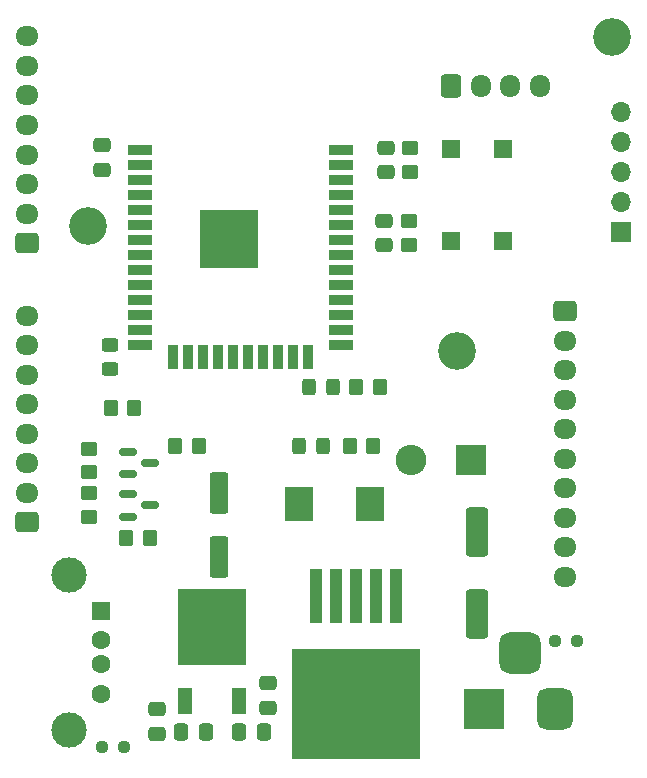
<source format=gbr>
%TF.GenerationSoftware,KiCad,Pcbnew,(6.0.5-0)*%
%TF.CreationDate,2022-05-20T19:32:09-05:00*%
%TF.ProjectId,esp32_2,65737033-325f-4322-9e6b-696361645f70,rev?*%
%TF.SameCoordinates,Original*%
%TF.FileFunction,Soldermask,Top*%
%TF.FilePolarity,Negative*%
%FSLAX46Y46*%
G04 Gerber Fmt 4.6, Leading zero omitted, Abs format (unit mm)*
G04 Created by KiCad (PCBNEW (6.0.5-0)) date 2022-05-20 19:32:09*
%MOMM*%
%LPD*%
G01*
G04 APERTURE LIST*
G04 Aperture macros list*
%AMRoundRect*
0 Rectangle with rounded corners*
0 $1 Rounding radius*
0 $2 $3 $4 $5 $6 $7 $8 $9 X,Y pos of 4 corners*
0 Add a 4 corners polygon primitive as box body*
4,1,4,$2,$3,$4,$5,$6,$7,$8,$9,$2,$3,0*
0 Add four circle primitives for the rounded corners*
1,1,$1+$1,$2,$3*
1,1,$1+$1,$4,$5*
1,1,$1+$1,$6,$7*
1,1,$1+$1,$8,$9*
0 Add four rect primitives between the rounded corners*
20,1,$1+$1,$2,$3,$4,$5,0*
20,1,$1+$1,$4,$5,$6,$7,0*
20,1,$1+$1,$6,$7,$8,$9,0*
20,1,$1+$1,$8,$9,$2,$3,0*%
G04 Aperture macros list end*
%ADD10C,3.200000*%
%ADD11RoundRect,0.237500X0.250000X0.237500X-0.250000X0.237500X-0.250000X-0.237500X0.250000X-0.237500X0*%
%ADD12R,2.350000X3.000000*%
%ADD13R,3.500000X3.500000*%
%ADD14RoundRect,0.750000X0.750000X1.000000X-0.750000X1.000000X-0.750000X-1.000000X0.750000X-1.000000X0*%
%ADD15RoundRect,0.875000X0.875000X0.875000X-0.875000X0.875000X-0.875000X-0.875000X0.875000X-0.875000X0*%
%ADD16RoundRect,0.250000X0.450000X-0.350000X0.450000X0.350000X-0.450000X0.350000X-0.450000X-0.350000X0*%
%ADD17RoundRect,0.250000X0.725000X-0.600000X0.725000X0.600000X-0.725000X0.600000X-0.725000X-0.600000X0*%
%ADD18O,1.950000X1.700000*%
%ADD19RoundRect,0.250000X-0.350000X-0.450000X0.350000X-0.450000X0.350000X0.450000X-0.350000X0.450000X0*%
%ADD20R,1.500000X1.500000*%
%ADD21RoundRect,0.250000X0.325000X0.450000X-0.325000X0.450000X-0.325000X-0.450000X0.325000X-0.450000X0*%
%ADD22RoundRect,0.250000X-0.450000X0.350000X-0.450000X-0.350000X0.450000X-0.350000X0.450000X0.350000X0*%
%ADD23RoundRect,0.250000X-0.475000X0.337500X-0.475000X-0.337500X0.475000X-0.337500X0.475000X0.337500X0*%
%ADD24RoundRect,0.250000X-0.550000X1.500000X-0.550000X-1.500000X0.550000X-1.500000X0.550000X1.500000X0*%
%ADD25RoundRect,0.150000X-0.587500X-0.150000X0.587500X-0.150000X0.587500X0.150000X-0.587500X0.150000X0*%
%ADD26RoundRect,0.250000X0.337500X0.475000X-0.337500X0.475000X-0.337500X-0.475000X0.337500X-0.475000X0*%
%ADD27RoundRect,0.250000X0.450000X-0.325000X0.450000X0.325000X-0.450000X0.325000X-0.450000X-0.325000X0*%
%ADD28RoundRect,0.237500X-0.250000X-0.237500X0.250000X-0.237500X0.250000X0.237500X-0.250000X0.237500X0*%
%ADD29RoundRect,0.250000X0.475000X-0.337500X0.475000X0.337500X-0.475000X0.337500X-0.475000X-0.337500X0*%
%ADD30RoundRect,0.250000X0.700000X-1.825000X0.700000X1.825000X-0.700000X1.825000X-0.700000X-1.825000X0*%
%ADD31R,1.200000X2.200000*%
%ADD32R,5.800000X6.400000*%
%ADD33R,2.600000X2.600000*%
%ADD34O,2.600000X2.600000*%
%ADD35R,2.000000X0.900000*%
%ADD36R,0.900000X2.000000*%
%ADD37R,5.000000X5.000000*%
%ADD38RoundRect,0.250000X-0.725000X0.600000X-0.725000X-0.600000X0.725000X-0.600000X0.725000X0.600000X0*%
%ADD39RoundRect,0.250000X-0.337500X-0.475000X0.337500X-0.475000X0.337500X0.475000X-0.337500X0.475000X0*%
%ADD40R,1.500000X1.600000*%
%ADD41C,1.600000*%
%ADD42C,3.000000*%
%ADD43R,1.100000X4.600000*%
%ADD44R,10.800000X9.400000*%
%ADD45RoundRect,0.250000X-0.600000X-0.725000X0.600000X-0.725000X0.600000X0.725000X-0.600000X0.725000X0*%
%ADD46O,1.700000X1.950000*%
%ADD47RoundRect,0.250000X0.350000X0.450000X-0.350000X0.450000X-0.350000X-0.450000X0.350000X-0.450000X0*%
%ADD48R,1.700000X1.700000*%
%ADD49O,1.700000X1.700000*%
G04 APERTURE END LIST*
D10*
%TO.C,T3*%
X138125200Y-46532800D03*
%TD*%
%TO.C,T2*%
X182473600Y-30530800D03*
%TD*%
%TO.C,T1*%
X169367200Y-57099200D03*
%TD*%
D11*
%TO.C,FB2*%
X179476400Y-81635600D03*
X177651400Y-81635600D03*
%TD*%
D12*
%TO.C,L1*%
X161983200Y-70053200D03*
X155923200Y-70053200D03*
%TD*%
D13*
%TO.C,Vin1*%
X171663900Y-87393100D03*
D14*
X177663900Y-87393100D03*
D15*
X174663900Y-82693100D03*
%TD*%
D16*
%TO.C,R2*%
X165400000Y-41900000D03*
X165400000Y-39900000D03*
%TD*%
D17*
%TO.C,RFID1*%
X132928600Y-47955200D03*
D18*
X132928600Y-45455200D03*
X132928600Y-42955200D03*
X132928600Y-40455200D03*
X132928600Y-37955200D03*
X132928600Y-35455200D03*
X132928600Y-32955200D03*
X132928600Y-30455200D03*
%TD*%
D19*
%TO.C,R3*%
X160800000Y-60100000D03*
X162800000Y-60100000D03*
%TD*%
D20*
%TO.C,Rst1*%
X168800000Y-47800000D03*
X168800000Y-40000000D03*
%TD*%
D21*
%TO.C,D1*%
X158825000Y-60100000D03*
X156775000Y-60100000D03*
%TD*%
D22*
%TO.C,R1*%
X165300000Y-46100000D03*
X165300000Y-48100000D03*
%TD*%
D23*
%TO.C,C5*%
X153314400Y-85220900D03*
X153314400Y-87295900D03*
%TD*%
D24*
%TO.C,C10*%
X149200000Y-69100000D03*
X149200000Y-74500000D03*
%TD*%
D17*
%TO.C,RFID2*%
X132928600Y-71589600D03*
D18*
X132928600Y-69089600D03*
X132928600Y-66589600D03*
X132928600Y-64089600D03*
X132928600Y-61589600D03*
X132928600Y-59089600D03*
X132928600Y-56589600D03*
X132928600Y-54089600D03*
%TD*%
D25*
%TO.C,Q1*%
X141505700Y-69204800D03*
X141505700Y-71104800D03*
X143380700Y-70154800D03*
%TD*%
%TO.C,Q2*%
X141505700Y-65604800D03*
X141505700Y-67504800D03*
X143380700Y-66554800D03*
%TD*%
D26*
%TO.C,C6*%
X148051900Y-89383400D03*
X145976900Y-89383400D03*
%TD*%
D19*
%TO.C,R8*%
X141343200Y-72954800D03*
X143343200Y-72954800D03*
%TD*%
D21*
%TO.C,D3*%
X157978200Y-65153200D03*
X155928200Y-65153200D03*
%TD*%
D23*
%TO.C,C7*%
X143914400Y-87420900D03*
X143914400Y-89495900D03*
%TD*%
D27*
%TO.C,D2*%
X140000000Y-58625000D03*
X140000000Y-56575000D03*
%TD*%
D28*
%TO.C,FB1*%
X139315100Y-90600000D03*
X141140100Y-90600000D03*
%TD*%
D29*
%TO.C,C3*%
X139293600Y-41728300D03*
X139293600Y-39653300D03*
%TD*%
D23*
%TO.C,C1*%
X163200000Y-46062500D03*
X163200000Y-48137500D03*
%TD*%
D30*
%TO.C,C8*%
X171063900Y-79375000D03*
X171063900Y-72425000D03*
%TD*%
D19*
%TO.C,R5*%
X160253200Y-65153200D03*
X162253200Y-65153200D03*
%TD*%
D31*
%TO.C,U2*%
X146334400Y-86758400D03*
D32*
X148614400Y-80458400D03*
D31*
X150894400Y-86758400D03*
%TD*%
D22*
%TO.C,R6*%
X138143200Y-69154800D03*
X138143200Y-71154800D03*
%TD*%
%TO.C,R7*%
X138143200Y-65354800D03*
X138143200Y-67354800D03*
%TD*%
D33*
%TO.C,D4*%
X170535600Y-66294000D03*
D34*
X165455600Y-66294000D03*
%TD*%
D35*
%TO.C,U1*%
X142500000Y-40095000D03*
X142500000Y-41365000D03*
X142500000Y-42635000D03*
X142500000Y-43905000D03*
X142500000Y-45175000D03*
X142500000Y-46445000D03*
X142500000Y-47715000D03*
X142500000Y-48985000D03*
X142500000Y-50255000D03*
X142500000Y-51525000D03*
X142500000Y-52795000D03*
X142500000Y-54065000D03*
X142500000Y-55335000D03*
X142500000Y-56605000D03*
D36*
X145285000Y-57605000D03*
X146555000Y-57605000D03*
X147825000Y-57605000D03*
X149095000Y-57605000D03*
X150365000Y-57605000D03*
X151635000Y-57605000D03*
X152905000Y-57605000D03*
X154175000Y-57605000D03*
X155445000Y-57605000D03*
X156715000Y-57605000D03*
D35*
X159500000Y-56605000D03*
X159500000Y-55335000D03*
X159500000Y-54065000D03*
X159500000Y-52795000D03*
X159500000Y-51525000D03*
X159500000Y-50255000D03*
X159500000Y-48985000D03*
X159500000Y-47715000D03*
X159500000Y-46445000D03*
X159500000Y-45175000D03*
X159500000Y-43905000D03*
X159500000Y-42635000D03*
X159500000Y-41365000D03*
X159500000Y-40095000D03*
D37*
X150000000Y-47595000D03*
%TD*%
D38*
%TO.C,screen1*%
X178461000Y-53723200D03*
D18*
X178461000Y-56223200D03*
X178461000Y-58723200D03*
X178461000Y-61223200D03*
X178461000Y-63723200D03*
X178461000Y-66223200D03*
X178461000Y-68723200D03*
X178461000Y-71223200D03*
X178461000Y-73723200D03*
X178461000Y-76223200D03*
%TD*%
D39*
%TO.C,C4*%
X150905300Y-89357200D03*
X152980300Y-89357200D03*
%TD*%
D40*
%TO.C,Teclado1*%
X139230900Y-79100000D03*
D41*
X139230900Y-81600000D03*
X139230900Y-83600000D03*
X139230900Y-86100000D03*
D42*
X136520900Y-89170000D03*
X136520900Y-76030000D03*
%TD*%
D43*
%TO.C,U3*%
X164163900Y-77825000D03*
X162463900Y-77825000D03*
X160763900Y-77825000D03*
D44*
X160763900Y-86975000D03*
D43*
X159063900Y-77825000D03*
X157363900Y-77825000D03*
%TD*%
D45*
%TO.C,Sensitizer1*%
X168850000Y-34632500D03*
D46*
X171350000Y-34632500D03*
X173850000Y-34632500D03*
X176350000Y-34632500D03*
%TD*%
D47*
%TO.C,R9*%
X147507200Y-65176400D03*
X145507200Y-65176400D03*
%TD*%
D48*
%TO.C,Program1*%
X183253700Y-46990000D03*
D49*
X183253700Y-44450000D03*
X183253700Y-41910000D03*
X183253700Y-39370000D03*
X183253700Y-36830000D03*
%TD*%
D20*
%TO.C,Boot1*%
X173200000Y-40000000D03*
X173200000Y-47800000D03*
%TD*%
D29*
%TO.C,C2*%
X163300000Y-41937500D03*
X163300000Y-39862500D03*
%TD*%
D19*
%TO.C,R4*%
X140020800Y-61925200D03*
X142020800Y-61925200D03*
%TD*%
M02*

</source>
